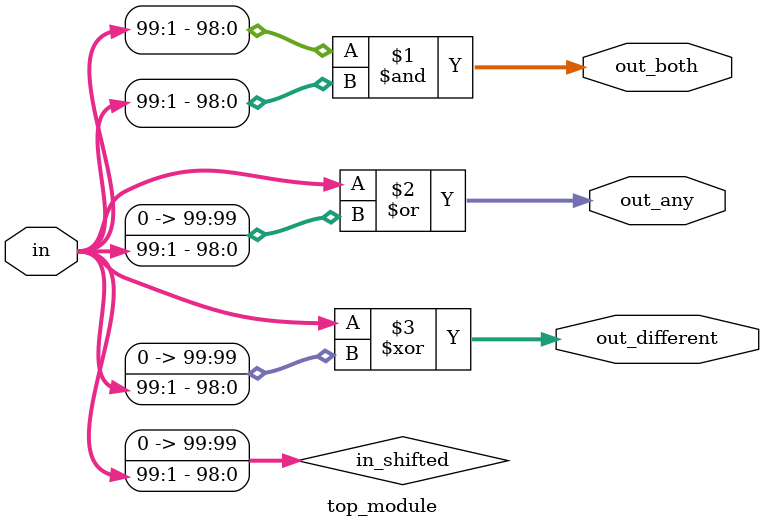
<source format=sv>
module top_module (
    input [99:0] in,
    output [98:0] out_both,
    output [99:0] out_any,
    output [99:0] out_different
);
    wire [99:0] in_shifted;

    // Shift "in" by 1 bit to the right
    assign in_shifted = {1'b0, in[99:1]};

    // Generate out_both
    assign out_both = in[99:1] & in_shifted[98:0];

    // Generate out_any
    assign out_any = in | in_shifted;

    // Generate out_different
    assign out_different = in ^ in_shifted;

endmodule

</source>
